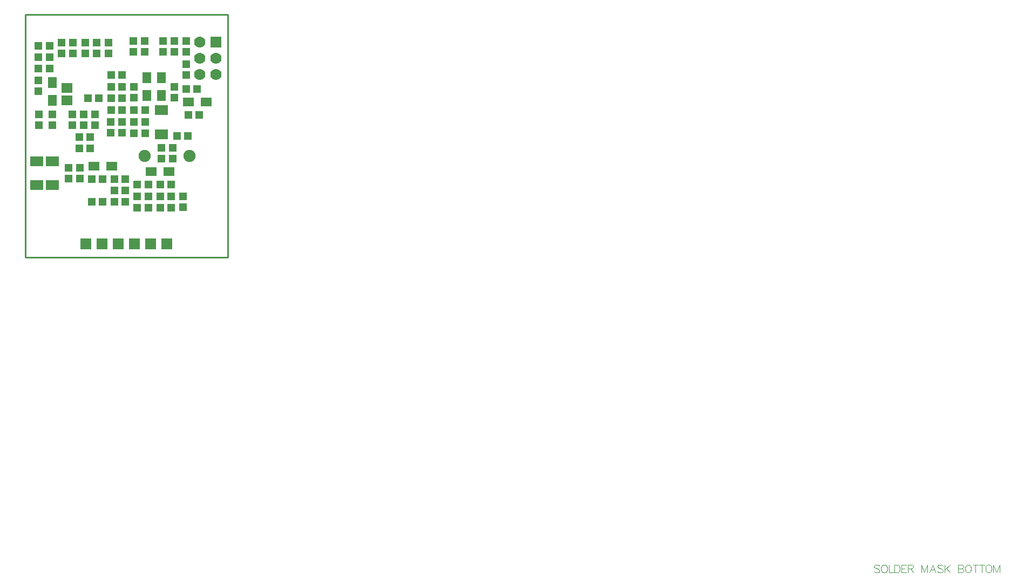
<source format=gbs>
%FSLAX25Y25*%
%MOIN*%
G70*
G01*
G75*
G04 Layer_Color=12517567*
%ADD10O,0.01772X0.05512*%
%ADD11R,0.05118X0.08268*%
%ADD12O,0.00984X0.06102*%
%ADD13O,0.06102X0.00984*%
%ADD14R,0.08661X0.11024*%
%ADD15R,0.11024X0.11024*%
%ADD16R,0.02362X0.03740*%
%ADD17O,0.05512X0.01378*%
%ADD18R,0.06693X0.04134*%
%ADD19C,0.03500*%
%ADD20C,0.02000*%
%ADD21C,0.01200*%
%ADD22C,0.00800*%
%ADD23C,0.01500*%
%ADD24C,0.01400*%
%ADD25C,0.01000*%
%ADD26C,0.00492*%
%ADD27C,0.00787*%
%ADD28C,0.06693*%
%ADD29R,0.06200X0.06200*%
%ADD30C,0.02000*%
%ADD31C,0.00984*%
%ADD32C,0.00100*%
%ADD33C,0.00394*%
%ADD34C,0.02500*%
%ADD35R,0.03937X0.04331*%
%ADD36R,0.04331X0.03937*%
%ADD37R,0.06000X0.05000*%
%ADD38R,0.05000X0.06000*%
%ADD39R,0.07087X0.05512*%
%ADD40R,0.05906X0.05118*%
%ADD41R,0.06200X0.06200*%
%ADD42C,0.06200*%
%ADD43C,0.03000*%
%ADD44C,0.04000*%
%ADD45R,0.03700X0.17300*%
%ADD46O,0.02572X0.06312*%
%ADD47R,0.05918X0.09068*%
%ADD48O,0.01784X0.06902*%
%ADD49O,0.06902X0.01784*%
%ADD50R,0.09461X0.11824*%
%ADD51R,0.11824X0.11824*%
%ADD52R,0.03162X0.04540*%
%ADD53O,0.06312X0.02178*%
%ADD54R,0.07493X0.04934*%
%ADD55C,0.07493*%
%ADD56R,0.07000X0.07000*%
%ADD57R,0.04737X0.05131*%
%ADD58R,0.05131X0.04737*%
%ADD59R,0.06800X0.05800*%
%ADD60R,0.05800X0.06800*%
%ADD61R,0.07887X0.06312*%
%ADD62R,0.06706X0.05918*%
%ADD63R,0.07000X0.07000*%
%ADD64C,0.07000*%
D25*
X0Y0D02*
X125000D01*
X0Y150000D02*
X125000D01*
X0Y0D02*
Y150000D01*
X125000Y0D02*
Y150000D01*
D26*
X527484Y-190546D02*
X527015Y-190077D01*
X526313Y-189843D01*
X525375D01*
X524673Y-190077D01*
X524204Y-190546D01*
Y-191014D01*
X524438Y-191483D01*
X524673Y-191717D01*
X525141Y-191951D01*
X526547Y-192420D01*
X527015Y-192654D01*
X527250Y-192889D01*
X527484Y-193357D01*
Y-194060D01*
X527015Y-194529D01*
X526313Y-194763D01*
X525375D01*
X524673Y-194529D01*
X524204Y-194060D01*
X529991Y-189843D02*
X529522Y-190077D01*
X529054Y-190546D01*
X528820Y-191014D01*
X528585Y-191717D01*
Y-192889D01*
X528820Y-193591D01*
X529054Y-194060D01*
X529522Y-194529D01*
X529991Y-194763D01*
X530928D01*
X531397Y-194529D01*
X531865Y-194060D01*
X532100Y-193591D01*
X532334Y-192889D01*
Y-191717D01*
X532100Y-191014D01*
X531865Y-190546D01*
X531397Y-190077D01*
X530928Y-189843D01*
X529991D01*
X533482D02*
Y-194763D01*
X536294D01*
X536833Y-189843D02*
Y-194763D01*
Y-189843D02*
X538473D01*
X539175Y-190077D01*
X539644Y-190546D01*
X539878Y-191014D01*
X540113Y-191717D01*
Y-192889D01*
X539878Y-193591D01*
X539644Y-194060D01*
X539175Y-194529D01*
X538473Y-194763D01*
X536833D01*
X544260Y-189843D02*
X541214D01*
Y-194763D01*
X544260D01*
X541214Y-192186D02*
X543088D01*
X545080Y-189843D02*
Y-194763D01*
Y-189843D02*
X547188D01*
X547891Y-190077D01*
X548126Y-190311D01*
X548360Y-190780D01*
Y-191249D01*
X548126Y-191717D01*
X547891Y-191951D01*
X547188Y-192186D01*
X545080D01*
X546720D02*
X548360Y-194763D01*
X553327Y-189843D02*
Y-194763D01*
Y-189843D02*
X555201Y-194763D01*
X557076Y-189843D02*
X555201Y-194763D01*
X557076Y-189843D02*
Y-194763D01*
X562230D02*
X560356Y-189843D01*
X558481Y-194763D01*
X559184Y-193123D02*
X561527D01*
X566658Y-190546D02*
X566190Y-190077D01*
X565487Y-189843D01*
X564550D01*
X563847Y-190077D01*
X563378Y-190546D01*
Y-191014D01*
X563613Y-191483D01*
X563847Y-191717D01*
X564315Y-191951D01*
X565721Y-192420D01*
X566190Y-192654D01*
X566424Y-192889D01*
X566658Y-193357D01*
Y-194060D01*
X566190Y-194529D01*
X565487Y-194763D01*
X564550D01*
X563847Y-194529D01*
X563378Y-194060D01*
X567760Y-189843D02*
Y-194763D01*
X571040Y-189843D02*
X567760Y-193123D01*
X568931Y-191951D02*
X571040Y-194763D01*
X576007Y-189843D02*
Y-194763D01*
Y-189843D02*
X578115D01*
X578818Y-190077D01*
X579052Y-190311D01*
X579287Y-190780D01*
Y-191249D01*
X579052Y-191717D01*
X578818Y-191951D01*
X578115Y-192186D01*
X576007D02*
X578115D01*
X578818Y-192420D01*
X579052Y-192654D01*
X579287Y-193123D01*
Y-193826D01*
X579052Y-194294D01*
X578818Y-194529D01*
X578115Y-194763D01*
X576007D01*
X581794Y-189843D02*
X581325Y-190077D01*
X580857Y-190546D01*
X580622Y-191014D01*
X580388Y-191717D01*
Y-192889D01*
X580622Y-193591D01*
X580857Y-194060D01*
X581325Y-194529D01*
X581794Y-194763D01*
X582731D01*
X583200Y-194529D01*
X583668Y-194060D01*
X583903Y-193591D01*
X584137Y-192889D01*
Y-191717D01*
X583903Y-191014D01*
X583668Y-190546D01*
X583200Y-190077D01*
X582731Y-189843D01*
X581794D01*
X586925D02*
Y-194763D01*
X585285Y-189843D02*
X588565D01*
X590791D02*
Y-194763D01*
X589151Y-189843D02*
X592431D01*
X594422D02*
X593954Y-190077D01*
X593485Y-190546D01*
X593251Y-191014D01*
X593017Y-191717D01*
Y-192889D01*
X593251Y-193591D01*
X593485Y-194060D01*
X593954Y-194529D01*
X594422Y-194763D01*
X595360D01*
X595828Y-194529D01*
X596297Y-194060D01*
X596531Y-193591D01*
X596765Y-192889D01*
Y-191717D01*
X596531Y-191014D01*
X596297Y-190546D01*
X595828Y-190077D01*
X595360Y-189843D01*
X594422D01*
X597913D02*
Y-194763D01*
Y-189843D02*
X599788Y-194763D01*
X601662Y-189843D02*
X599788Y-194763D01*
X601662Y-189843D02*
Y-194763D01*
D55*
X101400Y62800D02*
D03*
X73841D02*
D03*
D56*
X37500Y8400D02*
D03*
X47500D02*
D03*
X57500D02*
D03*
X67500D02*
D03*
X77500D02*
D03*
X87500D02*
D03*
D57*
X84000Y67847D02*
D03*
Y61154D02*
D03*
X91100Y61154D02*
D03*
Y67847D02*
D03*
X99300Y126854D02*
D03*
Y133546D02*
D03*
X92200D02*
D03*
Y126854D02*
D03*
X85100Y133546D02*
D03*
Y126854D02*
D03*
X97300Y30954D02*
D03*
Y37646D02*
D03*
X22300Y132846D02*
D03*
Y126154D02*
D03*
X37100Y132846D02*
D03*
Y126154D02*
D03*
X29100Y88346D02*
D03*
Y81654D02*
D03*
X36200Y88346D02*
D03*
Y81654D02*
D03*
X8500Y88346D02*
D03*
Y81654D02*
D03*
X16700Y88346D02*
D03*
Y81654D02*
D03*
X29400Y132846D02*
D03*
Y126154D02*
D03*
X43200Y88346D02*
D03*
Y81654D02*
D03*
X44200Y132846D02*
D03*
Y126154D02*
D03*
X8100Y102654D02*
D03*
Y109346D02*
D03*
X99300Y119346D02*
D03*
Y112654D02*
D03*
X73800Y126954D02*
D03*
Y133646D02*
D03*
X66700Y126954D02*
D03*
Y133646D02*
D03*
X51300Y132846D02*
D03*
Y126154D02*
D03*
X33800Y55246D02*
D03*
Y48554D02*
D03*
X26700D02*
D03*
Y55246D02*
D03*
X92200Y98554D02*
D03*
Y105246D02*
D03*
X67100D02*
D03*
Y98554D02*
D03*
X52900Y83545D02*
D03*
Y76853D02*
D03*
X59900D02*
D03*
Y83545D02*
D03*
D58*
X93753Y75100D02*
D03*
X100446D02*
D03*
X61846Y48400D02*
D03*
X55154D02*
D03*
X83354Y37800D02*
D03*
X90046D02*
D03*
X99454Y104000D02*
D03*
X106146D02*
D03*
X83354Y44900D02*
D03*
X90046D02*
D03*
X8254Y123700D02*
D03*
X14946D02*
D03*
X8254Y116600D02*
D03*
X14946D02*
D03*
X53054Y112600D02*
D03*
X59746D02*
D03*
X41054Y34300D02*
D03*
X47746D02*
D03*
X41054Y48400D02*
D03*
X47746D02*
D03*
X8254Y130800D02*
D03*
X14946D02*
D03*
X45546Y98300D02*
D03*
X38854D02*
D03*
X75946Y44900D02*
D03*
X69254D02*
D03*
X75946Y37800D02*
D03*
X69254D02*
D03*
X75946Y30800D02*
D03*
X69254D02*
D03*
X55154Y41300D02*
D03*
X61846D02*
D03*
X55154Y34300D02*
D03*
X61846D02*
D03*
X83354Y30700D02*
D03*
X90046D02*
D03*
X100754Y87900D02*
D03*
X107446D02*
D03*
X67254Y76700D02*
D03*
X73946D02*
D03*
X67254Y83800D02*
D03*
X73946D02*
D03*
X59746Y90899D02*
D03*
X53054D02*
D03*
X59746Y105500D02*
D03*
X53054D02*
D03*
Y98399D02*
D03*
X59746D02*
D03*
X67254Y90900D02*
D03*
X73946D02*
D03*
X40146Y74400D02*
D03*
X33454D02*
D03*
X40146Y67300D02*
D03*
X33454D02*
D03*
D59*
X77800Y52900D02*
D03*
X88800D02*
D03*
X100700Y96000D02*
D03*
X111700D02*
D03*
X42300Y56500D02*
D03*
X53300D02*
D03*
D60*
X16800Y97100D02*
D03*
Y108100D02*
D03*
X84100Y99900D02*
D03*
Y110900D02*
D03*
X75100Y99900D02*
D03*
Y110900D02*
D03*
D61*
X7100Y59480D02*
D03*
Y44520D02*
D03*
X16800Y59480D02*
D03*
Y44520D02*
D03*
X84100Y90980D02*
D03*
Y76020D02*
D03*
D62*
X25800Y97160D02*
D03*
Y104640D02*
D03*
D63*
X117800Y133000D02*
D03*
D64*
X107800D02*
D03*
X117800Y123000D02*
D03*
X107800D02*
D03*
X117800Y113000D02*
D03*
X107800D02*
D03*
M02*

</source>
